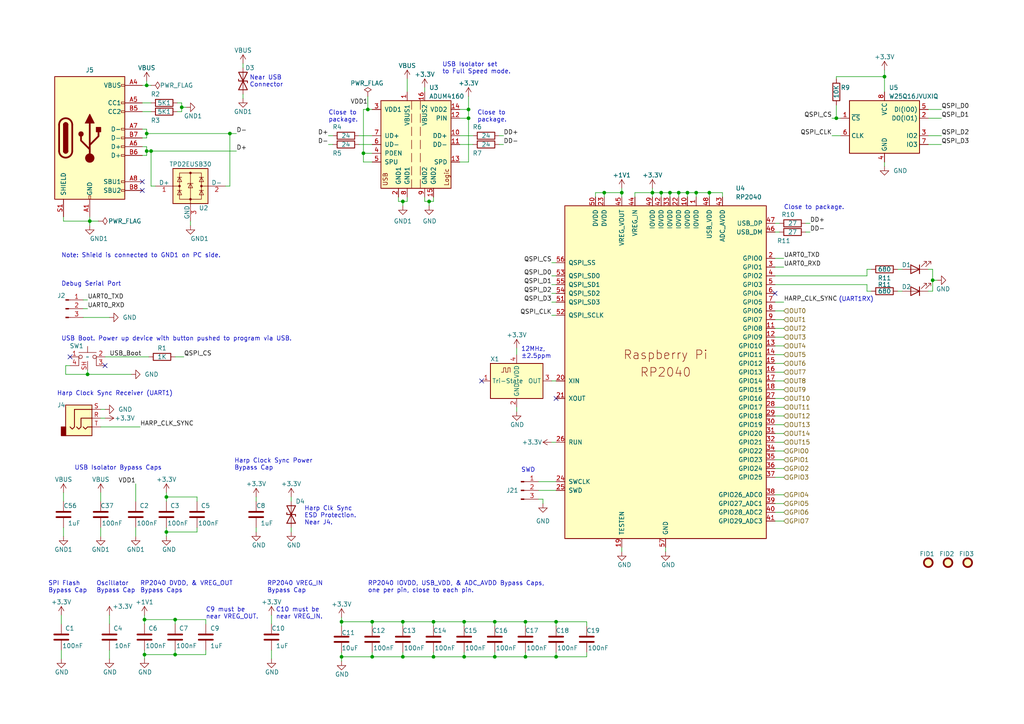
<source format=kicad_sch>
(kicad_sch (version 20231120) (generator "eeschema") (generator_version "8.0")
  (paper "A4")
  (title_block (title "harp.device.valve-controller") (date "2025-02-09") (rev "1.0.0") (company "The Allen Institute"))
  (junction (at 52.705 31.115))
  (junction (at 175.26 55.88))
  (junction (at 191.77 55.88))
  (junction (at 50.8 179.705))
  (junction (at 201.93 55.88))
  (junction (at 116.84 58.42))
  (junction (at 105.41 44.45))
  (junction (at 107.95 190.5))
  (junction (at 256.54 22.225))
  (junction (at 270.51 81.28))
  (junction (at 99.06 190.5))
  (junction (at 41.91 179.705))
  (junction (at 25.4 108.585))
  (junction (at 180.34 55.88))
  (junction (at 99.06 180.34))
  (junction (at 134.62 190.5))
  (junction (at 43.815 43.815))
  (junction (at 116.84 190.5))
  (junction (at 152.4 190.5))
  (junction (at 161.29 180.34))
  (junction (at 134.62 180.34))
  (junction (at 26.035 64.135))
  (junction (at 42.545 43.815))
  (junction (at 125.73 180.34))
  (junction (at 41.91 189.865))
  (junction (at 116.84 180.34))
  (junction (at 152.4 180.34))
  (junction (at 205.74 55.88))
  (junction (at 42.545 38.735))
  (junction (at 194.31 55.88))
  (junction (at 50.8 189.865))
  (junction (at 242.57 34.29))
  (junction (at 48.26 154.305))
  (junction (at 143.51 180.34))
  (junction (at 196.85 55.88))
  (junction (at 135.89 31.75))
  (junction (at 107.95 180.34))
  (junction (at 42.545 24.765))
  (junction (at 66.675 38.735))
  (junction (at 124.46 58.42))
  (junction (at 161.29 190.5))
  (junction (at 189.23 55.88))
  (junction (at 125.73 190.5))
  (junction (at 199.39 55.88))
  (junction (at 48.26 144.145))
  (junction (at 106.68 31.75))
  (junction (at 143.51 190.5))
  (junction (at 135.89 34.29))
  (no_connect (at 41.275 55.245))
  (no_connect (at 20.32 103.505))
  (no_connect (at 30.48 106.045))
  (no_connect (at 161.29 115.57))
  (no_connect (at 224.79 85.09))
  (no_connect (at 41.275 52.705))
  (no_connect (at 139.7 110.49))
  (wire (pts (xy 242.57 22.225) (xy 256.54 22.225)))
  (wire (pts (xy 31.75 178.435) (xy 31.75 180.975)))
  (wire (pts (xy 57.15 154.305) (xy 57.15 153.035)))
  (wire (pts (xy 95.25 39.37) (xy 96.52 39.37)))
  (wire (pts (xy 104.14 39.37) (xy 107.95 39.37)))
  (wire (pts (xy 106.68 27.94) (xy 106.68 31.75)))
  (wire (pts (xy 196.85 55.88) (xy 196.85 57.15)))
  (wire (pts (xy 194.31 55.88) (xy 196.85 55.88)))
  (wire (pts (xy 224.79 105.41) (xy 227.33 105.41)))
  (wire (pts (xy 256.54 22.225) (xy 256.54 26.67)))
  (wire (pts (xy 242.57 22.86) (xy 242.57 22.225)))
  (wire (pts (xy 99.06 180.34) (xy 99.06 181.61)))
  (wire (pts (xy 25.4 107.315) (xy 25.4 108.585)))
  (wire (pts (xy 41.91 179.705) (xy 50.8 179.705)))
  (wire (pts (xy 124.46 58.42) (xy 125.73 58.42)))
  (wire (pts (xy 224.79 115.57) (xy 227.33 115.57)))
  (wire (pts (xy 123.19 58.42) (xy 124.46 58.42)))
  (wire (pts (xy 224.79 100.33) (xy 227.33 100.33)))
  (wire (pts (xy 18.415 153.035) (xy 18.415 155.575)))
  (wire (pts (xy 269.24 78.105) (xy 270.51 78.105)))
  (wire (pts (xy 18.415 62.865) (xy 18.415 64.135)))
  (wire (pts (xy 42.545 42.545) (xy 42.545 43.815)))
  (wire (pts (xy 224.79 138.43) (xy 227.33 138.43)))
  (wire (pts (xy 39.37 140.335) (xy 39.37 145.415)))
  (wire (pts (xy 224.79 123.19) (xy 227.33 123.19)))
  (wire (pts (xy 42.545 43.815) (xy 42.545 45.085)))
  (wire (pts (xy 270.51 81.28) (xy 271.78 81.28)))
  (wire (pts (xy 30.48 103.505) (xy 43.18 103.505)))
  (wire (pts (xy 269.24 39.37) (xy 273.05 39.37)))
  (wire (pts (xy 144.78 41.91) (xy 146.05 41.91)))
  (wire (pts (xy 270.51 81.28) (xy 270.51 84.455)))
  (wire (pts (xy 107.95 189.23) (xy 107.95 190.5)))
  (wire (pts (xy 48.26 142.875) (xy 48.26 144.145)))
  (wire (pts (xy 224.79 90.17) (xy 227.33 90.17)))
  (wire (pts (xy 143.51 180.34) (xy 143.51 181.61)))
  (wire (pts (xy 19.05 108.585) (xy 19.05 106.045)))
  (wire (pts (xy 134.62 180.34) (xy 143.51 180.34)))
  (wire (pts (xy 29.21 123.825) (xy 40.64 123.825)))
  (wire (pts (xy 125.73 181.61) (xy 125.73 180.34)))
  (wire (pts (xy 170.18 189.23) (xy 170.18 190.5)))
  (wire (pts (xy 161.29 80.01) (xy 160.02 80.01)))
  (wire (pts (xy 224.79 125.73) (xy 227.33 125.73)))
  (wire (pts (xy 18.415 142.875) (xy 18.415 145.415)))
  (wire (pts (xy 134.62 190.5) (xy 125.73 190.5)))
  (wire (pts (xy 156.21 139.7) (xy 161.29 139.7)))
  (wire (pts (xy 224.79 118.11) (xy 227.33 118.11)))
  (wire (pts (xy 39.37 153.035) (xy 39.37 155.575)))
  (wire (pts (xy 116.84 180.34) (xy 116.84 181.61)))
  (wire (pts (xy 143.51 189.23) (xy 143.51 190.5)))
  (wire (pts (xy 66.675 38.735) (xy 66.675 53.975)))
  (wire (pts (xy 161.29 82.55) (xy 160.02 82.55)))
  (wire (pts (xy 201.93 55.88) (xy 201.93 57.15)))
  (wire (pts (xy 123.19 57.15) (xy 123.19 58.42)))
  (wire (pts (xy 269.24 84.455) (xy 270.51 84.455)))
  (wire (pts (xy 125.73 189.23) (xy 125.73 190.5)))
  (wire (pts (xy 224.79 67.31) (xy 226.06 67.31)))
  (wire (pts (xy 133.35 41.91) (xy 137.16 41.91)))
  (wire (pts (xy 115.57 57.15) (xy 115.57 58.42)))
  (wire (pts (xy 135.89 31.75) (xy 133.35 31.75)))
  (wire (pts (xy 241.3 34.29) (xy 242.57 34.29)))
  (wire (pts (xy 189.23 55.88) (xy 184.15 55.88)))
  (wire (pts (xy 199.39 55.88) (xy 201.93 55.88)))
  (wire (pts (xy 42.545 45.085) (xy 41.275 45.085)))
  (wire (pts (xy 125.73 190.5) (xy 116.84 190.5)))
  (wire (pts (xy 189.23 55.88) (xy 191.77 55.88)))
  (wire (pts (xy 209.55 55.88) (xy 205.74 55.88)))
  (wire (pts (xy 43.815 53.975) (xy 45.085 53.975)))
  (wire (pts (xy 233.68 64.77) (xy 234.95 64.77)))
  (wire (pts (xy 41.91 189.865) (xy 41.91 191.135)))
  (wire (pts (xy 242.57 30.48) (xy 242.57 34.29)))
  (wire (pts (xy 59.69 189.865) (xy 59.69 188.595)))
  (wire (pts (xy 260.35 84.455) (xy 261.62 84.455)))
  (wire (pts (xy 116.84 58.42) (xy 116.84 59.69)))
  (wire (pts (xy 196.85 55.88) (xy 199.39 55.88)))
  (wire (pts (xy 205.74 55.88) (xy 201.93 55.88)))
  (wire (pts (xy 133.35 34.29) (xy 135.89 34.29)))
  (wire (pts (xy 19.05 108.585) (xy 25.4 108.585)))
  (wire (pts (xy 42.545 24.765) (xy 41.275 24.765)))
  (wire (pts (xy 42.545 23.495) (xy 42.545 24.765)))
  (wire (pts (xy 224.79 135.89) (xy 227.33 135.89)))
  (wire (pts (xy 175.26 55.88) (xy 175.26 57.15)))
  (wire (pts (xy 105.41 46.99) (xy 105.41 44.45)))
  (wire (pts (xy 51.435 29.845) (xy 52.705 29.845)))
  (wire (pts (xy 70.485 27.305) (xy 70.485 28.575)))
  (wire (pts (xy 48.26 154.305) (xy 57.15 154.305)))
  (wire (pts (xy 224.79 110.49) (xy 227.33 110.49)))
  (wire (pts (xy 43.815 24.765) (xy 42.545 24.765)))
  (wire (pts (xy 70.485 18.415) (xy 70.485 19.685)))
  (wire (pts (xy 224.79 148.59) (xy 227.33 148.59)))
  (wire (pts (xy 180.34 55.88) (xy 175.26 55.88)))
  (wire (pts (xy 50.8 179.705) (xy 59.69 179.705)))
  (wire (pts (xy 251.46 80.01) (xy 251.46 78.105)))
  (wire (pts (xy 152.4 189.23) (xy 152.4 190.5)))
  (wire (pts (xy 55.245 64.135) (xy 55.245 65.405)))
  (wire (pts (xy 260.35 78.105) (xy 261.62 78.105)))
  (wire (pts (xy 118.11 57.15) (xy 118.11 58.42)))
  (wire (pts (xy 256.54 46.99) (xy 256.54 48.26)))
  (wire (pts (xy 224.79 82.55) (xy 251.46 82.55)))
  (wire (pts (xy 74.295 144.145) (xy 74.295 145.415)))
  (wire (pts (xy 144.78 39.37) (xy 146.05 39.37)))
  (wire (pts (xy 50.8 180.975) (xy 50.8 179.705)))
  (wire (pts (xy 199.39 55.88) (xy 199.39 57.15)))
  (wire (pts (xy 78.74 188.595) (xy 78.74 191.135)))
  (wire (pts (xy 43.815 43.815) (xy 43.815 53.975)))
  (wire (pts (xy 135.89 34.29) (xy 135.89 46.99)))
  (wire (pts (xy 175.26 55.88) (xy 172.72 55.88)))
  (wire (pts (xy 41.91 188.595) (xy 41.91 189.865)))
  (wire (pts (xy 160.02 91.44) (xy 161.29 91.44)))
  (wire (pts (xy 161.29 190.5) (xy 170.18 190.5)))
  (wire (pts (xy 42.545 38.735) (xy 66.675 38.735)))
  (wire (pts (xy 105.41 44.45) (xy 105.41 31.75)))
  (wire (pts (xy 184.15 55.88) (xy 184.15 57.15)))
  (wire (pts (xy 133.35 39.37) (xy 137.16 39.37)))
  (wire (pts (xy 24.13 89.535) (xy 25.4 89.535)))
  (wire (pts (xy 160.02 128.27) (xy 161.29 128.27)))
  (wire (pts (xy 118.11 58.42) (xy 116.84 58.42)))
  (wire (pts (xy 26.035 64.135) (xy 28.575 64.135)))
  (wire (pts (xy 224.79 107.95) (xy 227.33 107.95)))
  (wire (pts (xy 52.705 32.385) (xy 52.705 31.115)))
  (wire (pts (xy 180.34 55.88) (xy 180.34 57.15)))
  (wire (pts (xy 224.79 80.01) (xy 251.46 80.01)))
  (wire (pts (xy 135.89 46.99) (xy 133.35 46.99)))
  (wire (pts (xy 116.84 190.5) (xy 107.95 190.5)))
  (wire (pts (xy 25.4 108.585) (xy 38.1 108.585)))
  (wire (pts (xy 66.675 38.735) (xy 68.58 38.735)))
  (wire (pts (xy 42.545 40.005) (xy 41.275 40.005)))
  (wire (pts (xy 191.77 55.88) (xy 191.77 57.15)))
  (wire (pts (xy 224.79 151.13) (xy 227.33 151.13)))
  (wire (pts (xy 224.79 102.87) (xy 227.33 102.87)))
  (wire (pts (xy 29.21 153.035) (xy 29.21 155.575)))
  (wire (pts (xy 180.34 54.61) (xy 180.34 55.88)))
  (wire (pts (xy 50.8 189.865) (xy 59.69 189.865)))
  (wire (pts (xy 17.78 188.595) (xy 17.78 191.135)))
  (wire (pts (xy 224.79 113.03) (xy 227.33 113.03)))
  (wire (pts (xy 180.34 158.75) (xy 180.34 160.02)))
  (wire (pts (xy 125.73 180.34) (xy 134.62 180.34)))
  (wire (pts (xy 224.79 143.51) (xy 227.33 143.51)))
  (wire (pts (xy 84.455 153.035) (xy 84.455 154.305)))
  (wire (pts (xy 107.95 31.75) (xy 106.68 31.75)))
  (wire (pts (xy 189.23 54.61) (xy 189.23 55.88)))
  (wire (pts (xy 224.79 128.27) (xy 227.33 128.27)))
  (wire (pts (xy 118.11 22.86) (xy 118.11 26.67)))
  (wire (pts (xy 99.06 189.23) (xy 99.06 190.5)))
  (wire (pts (xy 251.46 84.455) (xy 251.46 82.55)))
  (wire (pts (xy 152.4 181.61) (xy 152.4 180.34)))
  (wire (pts (xy 99.06 180.34) (xy 107.95 180.34)))
  (wire (pts (xy 224.79 97.79) (xy 227.33 97.79)))
  (wire (pts (xy 205.74 55.88) (xy 205.74 57.15)))
  (wire (pts (xy 41.91 189.865) (xy 50.8 189.865)))
  (wire (pts (xy 107.95 46.99) (xy 105.41 46.99)))
  (wire (pts (xy 149.86 118.11) (xy 149.86 119.38)))
  (wire (pts (xy 152.4 190.5) (xy 161.29 190.5)))
  (wire (pts (xy 52.705 31.115) (xy 52.705 29.845)))
  (wire (pts (xy 24.13 86.995) (xy 25.4 86.995)))
  (wire (pts (xy 224.79 74.93) (xy 227.33 74.93)))
  (wire (pts (xy 161.29 180.34) (xy 152.4 180.34)))
  (wire (pts (xy 143.51 190.5) (xy 134.62 190.5)))
  (wire (pts (xy 209.55 57.15) (xy 209.55 55.88)))
  (wire (pts (xy 17.78 178.435) (xy 17.78 180.975)))
  (wire (pts (xy 189.23 55.88) (xy 189.23 57.15)))
  (wire (pts (xy 243.84 39.37) (xy 241.3 39.37)))
  (wire (pts (xy 160.02 110.49) (xy 161.29 110.49)))
  (wire (pts (xy 224.79 77.47) (xy 227.33 77.47)))
  (wire (pts (xy 270.51 78.105) (xy 270.51 81.28)))
  (wire (pts (xy 224.79 95.25) (xy 227.33 95.25)))
  (wire (pts (xy 161.29 181.61) (xy 161.29 180.34)))
  (wire (pts (xy 251.46 78.105) (xy 252.73 78.105)))
  (wire (pts (xy 224.79 146.05) (xy 227.33 146.05)))
  (wire (pts (xy 156.21 144.78) (xy 157.48 144.78)))
  (wire (pts (xy 224.79 133.35) (xy 227.33 133.35)))
  (wire (pts (xy 224.79 92.71) (xy 227.33 92.71)))
  (wire (pts (xy 123.19 25.4) (xy 123.19 26.67)))
  (wire (pts (xy 41.91 178.435) (xy 41.91 179.705)))
  (wire (pts (xy 48.26 153.035) (xy 48.26 154.305)))
  (wire (pts (xy 18.415 64.135) (xy 26.035 64.135)))
  (wire (pts (xy 57.15 145.415) (xy 57.15 144.145)))
  (wire (pts (xy 41.275 29.845) (xy 43.815 29.845)))
  (wire (pts (xy 29.21 142.875) (xy 29.21 145.415)))
  (wire (pts (xy 224.79 87.63) (xy 227.33 87.63)))
  (wire (pts (xy 26.035 62.865) (xy 26.035 64.135)))
  (wire (pts (xy 143.51 180.34) (xy 152.4 180.34)))
  (wire (pts (xy 269.24 34.29) (xy 273.05 34.29)))
  (wire (pts (xy 48.26 154.305) (xy 48.26 155.575)))
  (wire (pts (xy 116.84 189.23) (xy 116.84 190.5)))
  (wire (pts (xy 116.84 58.42) (xy 115.57 58.42)))
  (wire (pts (xy 194.31 55.88) (xy 194.31 57.15)))
  (wire (pts (xy 170.18 181.61) (xy 170.18 180.34)))
  (wire (pts (xy 269.24 31.75) (xy 273.05 31.75)))
  (wire (pts (xy 224.79 64.77) (xy 226.06 64.77)))
  (wire (pts (xy 29.21 118.745) (xy 30.48 118.745)))
  (wire (pts (xy 41.275 37.465) (xy 42.545 37.465)))
  (wire (pts (xy 242.57 34.29) (xy 243.84 34.29)))
  (wire (pts (xy 42.545 37.465) (xy 42.545 38.735)))
  (wire (pts (xy 99.06 190.5) (xy 107.95 190.5)))
  (wire (pts (xy 161.29 87.63) (xy 160.02 87.63)))
  (wire (pts (xy 160.02 76.2) (xy 161.29 76.2)))
  (wire (pts (xy 42.545 43.815) (xy 43.815 43.815)))
  (wire (pts (xy 24.13 92.075) (xy 31.75 92.075)))
  (wire (pts (xy 224.79 120.65) (xy 227.33 120.65)))
  (wire (pts (xy 161.29 190.5) (xy 161.29 189.23)))
  (wire (pts (xy 172.72 55.88) (xy 172.72 57.15)))
  (wire (pts (xy 252.73 84.455) (xy 251.46 84.455)))
  (wire (pts (xy 152.4 190.5) (xy 143.51 190.5)))
  (wire (pts (xy 41.91 179.705) (xy 41.91 180.975)))
  (wire (pts (xy 107.95 180.34) (xy 107.95 181.61)))
  (wire (pts (xy 135.89 27.94) (xy 135.89 31.75)))
  (wire (pts (xy 106.68 31.75) (xy 105.41 31.75)))
  (wire (pts (xy 134.62 180.34) (xy 134.62 181.61)))
  (wire (pts (xy 191.77 55.88) (xy 194.31 55.88)))
  (wire (pts (xy 74.295 153.035) (xy 74.295 154.305)))
  (wire (pts (xy 78.74 178.435) (xy 78.74 180.975)))
  (wire (pts (xy 84.455 144.145) (xy 84.455 145.415)))
  (wire (pts (xy 233.68 67.31) (xy 234.95 67.31)))
  (wire (pts (xy 50.8 189.865) (xy 50.8 188.595)))
  (wire (pts (xy 51.435 32.385) (xy 52.705 32.385)))
  (wire (pts (xy 99.06 190.5) (xy 99.06 191.77)))
  (wire (pts (xy 31.75 188.595) (xy 31.75 191.135)))
  (wire (pts (xy 52.705 31.115) (xy 53.975 31.115)))
  (wire (pts (xy 19.05 106.045) (xy 20.32 106.045)))
  (wire (pts (xy 41.275 42.545) (xy 42.545 42.545)))
  (wire (pts (xy 161.29 85.09) (xy 160.02 85.09)))
  (wire (pts (xy 193.04 158.75) (xy 193.04 160.02)))
  (wire (pts (xy 224.79 130.81) (xy 227.33 130.81)))
  (wire (pts (xy 125.73 58.42) (xy 125.73 57.15)))
  (wire (pts (xy 157.48 144.78) (xy 157.48 146.05)))
  (wire (pts (xy 41.275 32.385) (xy 43.815 32.385)))
  (wire (pts (xy 134.62 189.23) (xy 134.62 190.5)))
  (wire (pts (xy 59.69 180.975) (xy 59.69 179.705)))
  (wire (pts (xy 48.26 144.145) (xy 48.26 145.415)))
  (wire (pts (xy 116.84 180.34) (xy 125.73 180.34)))
  (wire (pts (xy 104.14 41.91) (xy 107.95 41.91)))
  (wire (pts (xy 256.54 20.32) (xy 256.54 22.225)))
  (wire (pts (xy 107.95 44.45) (xy 105.41 44.45)))
  (wire (pts (xy 124.46 58.42) (xy 124.46 59.69)))
  (wire (pts (xy 57.15 144.145) (xy 48.26 144.145)))
  (wire (pts (xy 43.815 43.815) (xy 68.58 43.815)))
  (wire (pts (xy 29.21 121.285) (xy 30.48 121.285)))
  (wire (pts (xy 149.86 100.965) (xy 149.86 102.87)))
  (wire (pts (xy 66.675 53.975) (xy 65.405 53.975)))
  (wire (pts (xy 42.545 38.735) (xy 42.545 40.005)))
  (wire (pts (xy 170.18 180.34) (xy 161.29 180.34)))
  (wire (pts (xy 95.25 41.91) (xy 96.52 41.91)))
  (wire (pts (xy 269.24 41.91) (xy 273.05 41.91)))
  (wire (pts (xy 116.84 180.34) (xy 107.95 180.34)))
  (wire (pts (xy 156.21 142.24) (xy 161.29 142.24)))
  (wire (pts (xy 26.035 64.135) (xy 26.035 65.405)))
  (wire (pts (xy 50.8 103.505) (xy 53.34 103.505)))
  (wire (pts (xy 99.06 179.07) (xy 99.06 180.34)))
  (wire (pts (xy 135.89 31.75) (xy 135.89 34.29)))
  (text "Close to\npackage." (at 95.25 35.56 0) (effects (font (size 1.27 1.27)) (justify left bottom)))
  (text "SWD" (at 151.13 137.16 0) (effects (font (size 1.27 1.27)) (justify left bottom)))
  (text "Close to\npackage." (at 138.43 35.56 0) (effects (font (size 1.27 1.27)) (justify left bottom)))
  (text "Near USB\nConnector" (at 72.39 25.4 0) (effects (font (size 1.27 1.27)) (justify left bottom)))
  (text "Close to package." (at 227.33 60.96 0) (effects (font (size 1.27 1.27)) (justify left bottom)))
  (text "(UART1RX)" (at 243.205 87.63 0) (effects (font (size 1.27 1.27)) (justify left bottom)))
  (text "Harp Clk Sync\nESD Protection.\nNear J4." (at 88.265 152.4 0) (effects (font (size 1.27 1.27)) (justify left bottom)))
  (text "RP2040 VREG_IN\nBypass Cap" (at 77.47 172.085 0) (effects (font (size 1.27 1.27)) (justify left bottom)))
  (text "Oscillator\nBypass Cap" (at 27.94 172.085 0) (effects (font (size 1.27 1.27)) (justify left bottom)))
  (text "Harp Clock Sync Power\nBypass Cap" (at 67.945 136.525 0) (effects (font (size 1.27 1.27)) (justify left bottom)))
  (text "C10 must be \nnear VREG_IN." (at 80.01 179.705 0) (effects (font (size 1.27 1.27)) (justify left bottom)))
  (text "RP2040 DVDD, & VREG_OUT \nBypass Caps" (at 40.64 172.085 0) (effects (font (size 1.27 1.27)) (justify left bottom)))
  (text "Debug Serial Port" (at 17.78 83.185 0) (effects (font (size 1.27 1.27)) (justify left bottom)))
  (text "USB Boot. Power up device with button pushed to program via USB." (at 17.78 99.06 0) (effects (font (size 1.27 1.27)) (justify left bottom)))
  (text "C9 must be \nnear VREG_OUT." (at 59.69 179.705 0) (effects (font (size 1.27 1.27)) (justify left bottom)))
  (text "Harp Clock Sync Receiver (UART1)" (at 16.51 114.935 0) (effects (font (size 1.27 1.27)) (justify left bottom)))
  (text "12MHz,\n±2.5ppm" (at 151.13 104.14 0) (effects (font (size 1.27 1.27)) (justify left bottom)))
  (text "Note: Shield is connected to GND1 on PC side." (at 17.78 74.93 0) (effects (font (size 1.27 1.27)) (justify left bottom)))
  (text "RP2040 IOVDD, USB_VDD, & ADC_AVDD Bypass Caps, \none per pin, close to each pin." (at 106.68 172.085 0) (effects (font (size 1.27 1.27)) (justify left bottom)))
  (text "USB Isolator Bypass Caps" (at 21.59 136.525 0) (effects (font (size 1.27 1.27)) (justify left bottom)))
  (text "SPI Flash\nBypass Cap" (at 13.97 172.085 0) (effects (font (size 1.27 1.27)) (justify left bottom)))
  (text "USB Isolator set\nto Full Speed mode." (at 128.27 21.59 0) (effects (font (size 1.27 1.27)) (justify left bottom)))
  (label "HARP_CLK_SYNC" (at 40.64 123.825 0))
  (label "QSPI_CS" (at 53.34 103.505 0))
  (label "UART0_TXD" (at 227.33 74.93 0))
  (label "QSPI_D3" (at 160.02 87.63 180))
  (label "QSPI_D2" (at 160.02 85.09 180))
  (label "D-" (at 95.25 41.91 180))
  (label "UART0_RXD" (at 25.4 89.535 0))
  (label "QSPI_D1" (at 160.02 82.55 180))
  (label "QSPI_D0" (at 273.05 31.75 0))
  (label "DD-" (at 146.05 41.91 0))
  (label "QSPI_D3" (at 273.05 41.91 0))
  (label "DD+" (at 146.05 39.37 0))
  (label "HARP_CLK_SYNC" (at 227.33 87.63 0))
  (label "QSPI_CS" (at 241.3 34.29 180))
  (label "USB_Boot" (at 31.75 103.505 0))
  (label "UART0_TXD" (at 25.4 86.995 0))
  (label "QSPI_CLK" (at 241.3 39.37 180))
  (label "DD-" (at 234.95 67.31 0))
  (label "UART0_RXD" (at 227.33 77.47 0))
  (label "D-" (at 68.58 38.735 0))
  (label "QSPI_D2" (at 273.05 39.37 0))
  (label "VDD1" (at 106.68 30.48 180))
  (label "VDD1" (at 39.37 140.335 180))
  (label "D+" (at 68.58 43.815 0))
  (label "D+" (at 95.25 39.37 180))
  (label "QSPI_D1" (at 273.05 34.29 0))
  (label "QSPI_D0" (at 160.02 80.01 180))
  (label "QSPI_CLK" (at 160.02 91.44 180))
  (label "QSPI_CS" (at 160.02 76.2 180))
  (label "DD+" (at 234.95 64.77 0))
  (hierarchical_label "OUT1" (shape input) (at 227.33 92.71 0))
  (hierarchical_label "OUT5" (shape input) (at 227.33 102.87 0))
  (hierarchical_label "OUT11" (shape input) (at 227.33 118.11 0))
  (hierarchical_label "OUT12" (shape input) (at 227.33 120.65 0))
  (hierarchical_label "OUT13" (shape input) (at 227.33 123.19 0))
  (hierarchical_label "OUT14" (shape input) (at 227.33 125.73 0))
  (hierarchical_label "OUT15" (shape input) (at 227.33 128.27 0))
  (hierarchical_label "OUT7" (shape input) (at 227.33 107.95 0))
  (hierarchical_label "OUT2" (shape input) (at 227.33 95.25 0))
  (hierarchical_label "GPIO1" (shape input) (at 227.33 133.35 0))
  (hierarchical_label "GPIO4" (shape input) (at 227.33 143.51 0))
  (hierarchical_label "GPIO2" (shape input) (at 227.33 135.89 0))
  (hierarchical_label "GPIO5" (shape input) (at 227.33 146.05 0))
  (hierarchical_label "OUT8" (shape input) (at 227.33 110.49 0))
  (hierarchical_label "GPIO3" (shape input) (at 227.33 138.43 0))
  (hierarchical_label "GPIO6" (shape input) (at 227.33 148.59 0))
  (hierarchical_label "OUT0" (shape input) (at 227.33 90.17 0))
  (hierarchical_label "GPIO0" (shape input) (at 227.33 130.81 0))
  (hierarchical_label "OUT6" (shape input) (at 227.33 105.41 0))
  (hierarchical_label "OUT4" (shape input) (at 227.33 100.33 0))
  (hierarchical_label "OUT9" (shape input) (at 227.33 113.03 0))
  (hierarchical_label "OUT3" (shape input) (at 227.33 97.79 0))
  (hierarchical_label "GPIO7" (shape input) (at 227.33 151.13 0))
  (hierarchical_label "OUT10" (shape input) (at 227.33 115.57 0))
  (symbol (lib_id "power:+3.3V") (at 135.89 27.94 0) (unit 1)
    (property "Reference" "#PWR029" (effects (hide yes)))
    (property "Value" "+3.3V" (at 135.89 24.13 0))
  )
  (symbol (lib_id "Device:R") (at 47.625 32.385 90) (unit 1)
    (property "Reference" "R3" (at 45.085 34.925 90))
    (property "Value" "5K1" (at 47.625 32.385 90))
    (property "Footprint" "Resistor_SMD:R_0402_1005Metric" (effects (hide yes)))
    (property "Datasheet" "https://www.yageo.com/upload/media/product/productsearch/datasheet/rchip/PYu-RT_1-to-0.01_RoHS_L_13.pdf" (effects (hide yes)))
    (property "Link" "https://www.digikey.com/en/products/detail/yageo/RT0402FRE075K1L/1072083" (effects (hide yes)))
    (property "Manufacturer" "Yageo" (effects (hide yes)))
    (property "Manufacturer Number" "RT0402FRE075K1L" (effects (hide yes)))
    (property "Tolerance" "1%" (effects (hide yes)))
    (property "PCBWay Link" "https://www.pcbway.com/components/detail/RT0402FRE075K1L/449762/" (effects (hide yes)))
  )
  (symbol (lib_id "power:GND") (at 84.455 154.305 0) (unit 1)
    (property "Reference" "#PWR095" (effects (hide yes)))
    (property "Value" "GND" (at 83.185 158.115 0) (effects (justify left)))
  )
  (symbol (lib_id "Mechanical:Fiducial") (at 269.24 163.195 0) (unit 1)
    (property "Reference" "FID1" (at 266.7 160.655 0) (effects (justify left)))
    (property "Value" "Fiducial" (effects (hide yes)))
    (property "Footprint" "Fiducial:Fiducial_0.5mm_Mask1mm" (effects (hide yes)))
    (property "Datasheet" "n/a" (effects (hide yes)))
    (property "Link" "n/a" (effects (hide yes)))
    (property "Manufacturer" "n/a" (effects (hide yes)))
    (property "Manufacturer Number" "n/a" (effects (hide yes)))
  )
  (symbol (lib_id "power:GND1") (at 70.485 28.575 0) (unit 1)
    (property "Reference" "#PWR079" (effects (hide yes)))
    (property "Value" "GND1" (at 70.485 32.385 0))
  )
  (symbol (lib_id "Device:R") (at 100.33 41.91 90) (unit 1)
    (property "Reference" "R5" (at 97.79 44.45 90))
    (property "Value" "24" (at 100.33 41.91 90))
    (property "Footprint" "Resistor_SMD:R_0402_1005Metric" (effects (hide yes)))
    (property "Datasheet" "https://www.yageo.com/upload/media/product/productsearch/datasheet/rchip/PYu-AC_51_RoHS_L_10.pdf" (effects (hide yes)))
    (property "Link" "https://www.digikey.com/en/products/detail/yageo/AC0402FR-0724RL/5895214" (effects (hide yes)))
    (property "Manufacturer" "Yageo" (effects (hide yes)))
    (property "Manufacturer Number" "AC0402FR-0724RL" (effects (hide yes)))
    (property "Tolerance" "1%" (effects (hide yes)))
  )
  (symbol (lib_id "Memory_Flash:W25Q128JVS") (at 256.54 36.83 0) (unit 1)
    (property "Reference" "U5" (at 257.81 25.4 0) (effects (justify left)))
    (property "Value" "W25Q16JVUXIQ" (at 257.81 27.94 0) (effects (justify left)))
    (property "Footprint" "kicad_component_library:Winbond-8USON-2x3mm" (effects (hide yes)))
    (property "Datasheet" "https://www.winbond.com/resource-files/w25q16jv%20spi%20revh%2004082019%20plus.pdf" (effects (hide yes)))
    (property "Link" "https://www.digikey.com/en/products/detail/winbond-electronics/W25Q16JVUXIQ-TR/15182017" (effects (hide yes)))
    (property "Manufacturer" "Winbond Electronics" (effects (hide yes)))
    (property "Manufacturer Number" "W25Q16JVUXIQ TR" (effects (hide yes)))
    (property "PCBWay Link" "https://www.pcbway.com/components" (effects (hide yes)))
  )
  (symbol (lib_id "Device:C") (at 41.91 184.785 180) (unit 1)
    (property "Reference" "C6" (at 45.72 182.245 0) (effects (justify left)))
    (property "Value" "100nF" (at 48.26 187.325 0) (effects (justify left)))
    (property "Footprint" "Capacitor_SMD:C_0402_1005Metric" (effects (hide yes)))
    (property "Datasheet" "https://search.murata.co.jp/Ceramy/image/img/A01X/G101/ENG/GRM155R71H104KE14-01.pdf" (effects (hide yes)))
    (property "Link" "https://www.digikey.com/en/products/detail/murata-electronics/GRM155R71H104KE14D/4906220" (effects (hide yes)))
    (property "Manufacturer" "Murata Electronics" (effects (hide yes)))
    (property "Manufacturer Number" "GRM155R71H104KE14D" (effects (hide yes)))
    (property "Rated Voltage" "50V" (effects (hide yes)))
    (property "Temperature Coefficient" "X7R" (effects (hide yes)))
    (property "Tolerance" "10%" (effects (hide yes)))
    (property "PCBWay Link" "https://www.pcbway.com/components/detail/0402B104K160CT/307171/" (effects (hide yes)))
  )
  (symbol (lib_id "Mechanical:Fiducial") (at 274.955 163.195 0) (unit 1)
    (property "Reference" "FID2" (at 272.415 160.655 0) (effects (justify left)))
    (property "Value" "Fiducial" (effects (hide yes)))
    (property "Footprint" "Fiducial:Fiducial_0.5mm_Mask1mm" (effects (hide yes)))
    (property "Datasheet" "n/a" (effects (hide yes)))
    (property "Link" "n/a" (effects (hide yes)))
    (property "Manufacturer" "n/a" (effects (hide yes)))
    (property "Manufacturer Number" "n/a" (effects (hide yes)))
  )
  (symbol (lib_id "power:GND") (at 31.75 191.135 0) (unit 1)
    (property "Reference" "#PWR012" (effects (hide yes)))
    (property "Value" "GND" (at 29.845 194.945 0) (effects (justify left)))
  )
  (symbol (lib_id "Device:C") (at 31.75 184.785 180) (unit 1)
    (property "Reference" "C4" (at 35.56 182.245 0) (effects (justify left)))
    (property "Value" "10nF" (at 38.1 187.325 0) (effects (justify left)))
    (property "Footprint" "Capacitor_SMD:C_0402_1005Metric" (effects (hide yes)))
    (property "Datasheet" "https://www.yageo.com/upload/media/product/productsearch/datasheet/mlcc/UPY-GPHC_X7R_6.3V-to-250V_23.pdf" (effects (hide yes)))
    (property "Link" "https://www.digikey.com/en/products/detail/yageo/CC0402KPX7R8BB103/11490384" (effects (hide yes)))
    (property "Manufacturer" "Yageo" (effects (hide yes)))
    (property "Manufacturer Number" "CC0402KPX7R8BB103" (effects (hide yes)))
    (property "Rated Voltage" "25V" (effects (hide yes)))
    (property "Temperature Coefficient" "X7R" (effects (hide yes)))
    (property "Tolerance" "10%" (effects (hide yes)))
  )
  (symbol (lib_id "power:GND1") (at 116.84 59.69 0) (unit 1)
    (property "Reference" "#PWR025" (effects (hide yes)))
    (property "Value" "GND1" (at 116.84 64.135 0))
  )
  (symbol (lib_id "power:GND1") (at 29.21 155.575 0) (unit 1)
    (property "Reference" "#PWR065" (effects (hide yes)))
    (property "Value" "GND1" (at 29.21 159.385 0))
  )
  (symbol (lib_id "Device:R") (at 242.57 26.67 0) (unit 1)
    (property "Reference" "R9" (at 243.84 25.4 0) (effects (justify left)))
    (property "Value" "10K" (at 242.57 28.575 90) (effects (justify left)))
    (property "Footprint" "Resistor_SMD:R_0402_1005Metric" (effects (hide yes)))
    (property "Datasheet" "https://www.seielect.com/catalog/sei-rncf.pdf" (effects (hide yes)))
    (property "Manufacturer" "Stackpole Electronics Inc" (effects (hide yes)))
    (property "Manufacturer Number" "RNCF0402BTE10K0" (effects (hide yes)))
    (property "Link" "https://www.digikey.com/en/products/detail/stackpole-electronics-inc/RNCF0402BTE10K0/1710765" (effects (hide yes)))
  )
  (symbol (lib_id "power:+3.3V") (at 31.75 178.435 0) (unit 1)
    (property "Reference" "#PWR064" (effects (hide yes)))
    (property "Value" "+3.3V" (at 35.56 175.895 0))
  )
  (symbol (lib_id "power:GND") (at 38.1 108.585 90) (unit 1)
    (property "Reference" "#PWR010" (effects (hide yes)))
    (property "Value" "GND" (at 41.91 108.5849 90) (effects (justify right)))
  )
  (symbol (lib_id "Device:C") (at 48.26 149.225 180) (unit 1)
    (property "Reference" "C3" (at 52.07 146.685 0) (effects (justify left)))
    (property "Value" "100nF" (at 54.61 151.765 0) (effects (justify left)))
    (property "Footprint" "Capacitor_SMD:C_0402_1005Metric" (effects (hide yes)))
    (property "Datasheet" "https://search.murata.co.jp/Ceramy/image/img/A01X/G101/ENG/GRM155R71H104KE14-01.pdf" (effects (hide yes)))
    (property "Link" "https://www.digikey.com/en/products/detail/murata-electronics/GRM155R71H104KE14D/4906220" (effects (hide yes)))
    (property "Manufacturer" "Murata Electronics" (effects (hide yes)))
    (property "Manufacturer Number" "GRM155R71H104KE14D" (effects (hide yes)))
    (property "Rated Voltage" "50V" (effects (hide yes)))
    (property "Temperature Coefficient" "X7R" (effects (hide yes)))
    (property "Tolerance" "10%" (effects (hide yes)))
    (property "PCBWay Link" "https://www.pcbway.com/components/detail/0402B104K160CT/307171/" (effects (hide yes)))
  )
  (symbol (lib_id "power:GND") (at 193.04 160.02 0) (unit 1)
    (property "Reference" "#PWR036" (effects (hide yes)))
    (property "Value" "GND" (at 191.77 163.83 0) (effects (justify left)))
  )
  (symbol (lib_id "Device:C") (at 134.62 185.42 180) (unit 1)
    (property "Reference" "C15" (at 138.43 182.88 0) (effects (justify left)))
    (property "Value" "100nF" (at 140.97 187.96 0) (effects (justify left)))
    (property "Footprint" "Capacitor_SMD:C_0402_1005Metric" (effects (hide yes)))
    (property "Datasheet" "https://search.murata.co.jp/Ceramy/image/img/A01X/G101/ENG/GRM155R71H104KE14-01.pdf" (effects (hide yes)))
    (property "Link" "https://www.digikey.com/en/products/detail/murata-electronics/GRM155R71H104KE14D/4906220" (effects (hide yes)))
    (property "Manufacturer" "Murata Electronics" (effects (hide yes)))
    (property "Manufacturer Number" "GRM155R71H104KE14D" (effects (hide yes)))
    (property "Rated Voltage" "50V" (effects (hide yes)))
    (property "Temperature Coefficient" "X7R" (effects (hide yes)))
    (property "Tolerance" "10%" (effects (hide yes)))
    (property "PCBWay Link" "https://www.pcbway.com/components/detail/0402B104K160CT/307171/" (effects (hide yes)))
  )
  (symbol (lib_id "power:+3.3V") (at 256.54 20.32 0) (unit 1)
    (property "Reference" "#PWR037" (effects (hide yes)))
    (property "Value" "+3.3V" (at 256.54 16.51 0))
  )
  (symbol (lib_id "power:+3.3V") (at 48.26 142.875 0) (unit 1)
    (property "Reference" "#PWR05" (effects (hide yes)))
    (property "Value" "+3.3V" (at 48.26 139.065 0))
  )
  (symbol (lib_id "power:VBUS") (at 70.485 18.415 0) (unit 1)
    (property "Reference" "#PWR055" (effects (hide yes)))
    (property "Value" "VBUS" (at 70.485 14.605 0))
  )
  (symbol (lib_id "Device:C") (at 99.06 185.42 0) (unit 1)
    (property "Reference" "C11" (at 99.06 183.515 0) (effects (justify left)))
    (property "Value" "10uF" (at 99.06 187.96 0) (effects (justify left)))
    (property "Footprint" "Capacitor_SMD:C_0805_2012Metric" (effects (hide yes)))
    (property "Datasheet" "https://calchip.com/wp-content/uploads/2023/09/GMC-Series-2.pdf" (effects (hide yes)))
    (property "Manufacturer Number" "GMC21X7R106K25NT" (effects (hide yes)))
    (property "Manufacturer" "Cal-Chip Electronics, Inc." (effects (hide yes)))
    (property "Link" "https://www.digikey.com/en/products/detail/cal-chip-electronics-inc/GMC21X7R106K25NT/22639515" (effects (hide yes)))
  )
  (symbol (lib_id "power:+1V1") (at 41.91 178.435 0) (unit 1)
    (property "Reference" "#PWR014" (effects (hide yes)))
    (property "Value" "+1V1" (at 41.91 174.625 0))
  )
  (symbol (lib_id "power:PWR_FLAG") (at 43.815 24.765 270) (unit 1)
    (property "Reference" "#FLG02" (effects (hide yes)))
    (property "Value" "PWR_FLAG" (at 46.355 24.765 90) (effects (justify left)))
  )
  (symbol (lib_id "Device:LED") (at 265.43 84.455 180) (unit 1)
    (property "Reference" "D2" (at 262.89 83.185 0))
    (property "Value" "LED" (effects (hide yes)))
    (property "Footprint" "LED_SMD:LED_0603_1608Metric_Pad1.05x0.95mm_HandSolder" (effects (hide yes)))
    (property "Datasheet" "https://www.sunledusa.com/products/spec/XZCDGK53W-1VF.pdf" (effects (hide yes)))
    (property "Link" "https://www.digikey.com/en/products/detail/sunled/XZCDGK53W-1VF/15761905" (effects (hide yes)))
    (property "Notes" "2mA, 98mcd, green" (effects (hide yes)))
    (property "Manufacturer" "SunLED" (effects (hide yes)))
    (property "Manufacturer Number" "XZCDGK53W-1VF" (effects (hide yes)))
  )
  (symbol (lib_id "power:GND") (at 74.295 154.305 0) (unit 1)
    (property "Reference" "#PWR018" (effects (hide yes)))
    (property "Value" "GND" (at 73.025 158.115 0) (effects (justify left)))
  )
  (symbol (lib_id "Connector:Conn_01x03_Male") (at 151.13 142.24 0) (unit 1)
    (property "Reference" "J21" (at 148.59 142.24 0))
    (property "Value" "Conn_01x03_Male" (effects (hide yes)))
    (property "Footprint" "Connector_PinHeader_2.54mm:PinHeader_1x03_P2.54mm_Vertical" (effects (hide yes)))
    (property "Datasheet" "n/a" (effects (hide yes)))
    (property "Notes" "DNP" (effects (hide yes)))
    (property "Alternate" "n/a" (effects (hide yes)))
    (property "Link" "n/a" (effects (hide yes)))
    (property "Manufacturer" "n/a" (effects (hide yes)))
    (property "Manufacturer Number" "n/a" (effects (hide yes)))
  )
  (symbol (lib_id "power:+3.3V") (at 74.295 144.145 0) (unit 1)
    (property "Reference" "#PWR017" (effects (hide yes)))
    (property "Value" "+3.3V" (at 74.295 140.335 0))
  )
  (symbol (lib_id "Device:R") (at 229.87 64.77 90) (unit 1)
    (property "Reference" "R10" (at 228.6 62.23 90))
    (property "Value" "27" (at 229.87 64.77 90))
    (property "Footprint" "Resistor_SMD:R_0402_1005Metric" (effects (hide yes)))
    (property "Datasheet" "RC0402FR-0727RL" (effects (hide yes)))
    (property "Link" "https://www.digikey.com/en/products/detail/yageo/RC0402FR-0727RL/5280946" (effects (hide yes)))
    (property "Manufacturer" "Yageo" (effects (hide yes)))
    (property "Manufacturer Number" "RC0402FR-0727RL" (effects (hide yes)))
    (property "Tolerance" "1%" (effects (hide yes)))
    (property "PCBWay Link" "https://www.pcbway.com/components/detail/RC0402FR0727RL/656670/" (effects (hide yes)))
  )
  (symbol (lib_id "Power_Protection:TPD2EUSB30") (at 55.245 53.975 0) (unit 1)
    (property "Reference" "U2" (at 59.055 60.325 0))
    (property "Value" "TPD2EUSB30" (at 55.245 47.625 0))
    (property "Footprint" "Package_TO_SOT_SMD:Texas_DRT-3" (effects (hide yes)))
    (property "Datasheet" "http://www.ti.com/lit/ds/symlink/tpd2eusb30a.pdf" (effects (hide yes)))
    (property "Link" "https://www.digikey.com/en/products/detail/texas-instruments/TPD2EUSB30DRTR/2193486" (effects (hide yes)))
    (property "PCBWay Link" "https://www.pcbway.com/components/detail/TPD2EUSB30ADRTR/324861/" (effects (hide yes)))
    (property "Manufacturer" "Texas Instruments" (effects (hide yes)))
    (property "Manufacturer Number" "TPD2EUSB30DRTR" (effects (hide yes)))
  )
  (symbol (lib_id "power:+3.3V") (at 99.06 179.07 0) (unit 1)
    (property "Reference" "#PWR023" (effects (hide yes)))
    (property "Value" "+3.3V" (at 99.06 175.26 0))
  )
  (symbol (lib_id "power:GND") (at 157.48 146.05 0) (unit 1)
    (property "Reference" "#PWR08" (effects (hide yes)))
    (property "Value" "GND" (at 157.48 151.13 0))
  )
  (symbol (lib_id "power:GND1") (at 26.035 65.405 0) (unit 1)
    (property "Reference" "#PWR04" (effects (hide yes)))
    (property "Value" "GND1" (at 26.035 69.215 0) (effects (justify left)))
  )
  (symbol (lib_id "Device:C") (at 116.84 185.42 180) (unit 1)
    (property "Reference" "C13" (at 120.65 182.88 0) (effects (justify left)))
    (property "Value" "100nF" (at 123.19 187.96 0) (effects (justify left)))
    (property "Footprint" "Capacitor_SMD:C_0402_1005Metric" (effects (hide yes)))
    (property "Datasheet" "https://search.murata.co.jp/Ceramy/image/img/A01X/G101/ENG/GRM155R71H104KE14-01.pdf" (effects (hide yes)))
    (property "Link" "https://www.digikey.com/en/products/detail/murata-electronics/GRM155R71H104KE14D/4906220" (effects (hide yes)))
    (property "Manufacturer" "Murata Electronics" (effects (hide yes)))
    (property "Manufacturer Number" "GRM155R71H104KE14D" (effects (hide yes)))
    (property "Rated Voltage" "50V" (effects (hide yes)))
    (property "Temperature Coefficient" "X7R" (effects (hide yes)))
    (property "Tolerance" "10%" (effects (hide yes)))
    (property "PCBWay Link" "https://www.pcbway.com/components/detail/0402B104K160CT/307171/" (effects (hide yes)))
  )
  (symbol (lib_id "power:VBUS") (at 18.415 142.875 0) (unit 1)
    (property "Reference" "#PWR0117" (effects (hide yes)))
    (property "Value" "VBUS" (at 18.415 139.065 0))
  )
  (symbol (lib_id "power:+3.3V") (at 123.19 25.4 0) (unit 1)
    (property "Reference" "#PWR027" (effects (hide yes)))
    (property "Value" "+3.3V" (at 123.19 21.59 0))
  )
  (symbol (lib_id "Device:R") (at 47.625 29.845 90) (unit 1)
    (property "Reference" "R2" (at 45.085 27.305 90))
    (property "Value" "5K1" (at 47.625 29.845 90))
    (property "Footprint" "Resistor_SMD:R_0402_1005Metric" (effects (hide yes)))
    (property "Datasheet" "https://www.yageo.com/upload/media/product/productsearch/datasheet/rchip/PYu-RT_1-to-0.01_RoHS_L_13.pdf" (effects (hide yes)))
    (property "Link" "https://www.digikey.com/en/products/detail/yageo/RT0402FRE075K1L/1072083" (effects (hide yes)))
    (property "Manufacturer" "Yageo" (effects (hide yes)))
    (property "Manufacturer Number" "RT0402FRE075K1L" (effects (hide yes)))
    (property "Tolerance" "1%" (effects (hide yes)))
    (property "PCBWay Link" "https://www.pcbway.com/components/detail/RT0402FRE075K1L/449762/" (effects (hide yes)))
  )
  (symbol (lib_id "power:+3.3V") (at 78.74 178.435 0) (unit 1)
    (property "Reference" "#PWR021" (effects (hide yes)))
    (property "Value" "+3.3V" (at 78.74 174.625 0))
  )
  (symbol (lib_id "Device:R") (at 229.87 67.31 90) (unit 1)
    (property "Reference" "R11" (at 227.33 69.85 90))
    (property "Value" "27" (at 229.87 67.31 90))
    (property "Footprint" "Resistor_SMD:R_0402_1005Metric" (effects (hide yes)))
    (property "Datasheet" "RC0402FR-0727RL" (effects (hide yes)))
    (property "Link" "https://www.digikey.com/en/products/detail/yageo/RC0402FR-0727RL/5280946" (effects (hide yes)))
    (property "Manufacturer" "Yageo" (effects (hide yes)))
    (property "Manufacturer Number" "RC0402FR-0727RL" (effects (hide yes)))
    (property "Tolerance" "1%" (effects (hide yes)))
    (property "PCBWay Link" "https://www.pcbway.com/components/detail/RC0402FR0727RL/656670/" (effects (hide yes)))
  )
  (symbol (lib_id "power:GND") (at 99.06 191.77 0) (unit 1)
    (property "Reference" "#PWR024" (effects (hide yes)))
    (property "Value" "GND" (at 97.155 195.58 0) (effects (justify left)))
  )
  (symbol (lib_id "Device:C") (at 143.51 185.42 180) (unit 1)
    (property "Reference" "C16" (at 147.32 182.88 0) (effects (justify left)))
    (property "Value" "100nF" (at 149.86 187.96 0) (effects (justify left)))
    (property "Footprint" "Capacitor_SMD:C_0402_1005Metric" (effects (hide yes)))
    (property "Datasheet" "https://search.murata.co.jp/Ceramy/image/img/A01X/G101/ENG/GRM155R71H104KE14-01.pdf" (effects (hide yes)))
    (property "Link" "https://www.digikey.com/en/products/detail/murata-electronics/GRM155R71H104KE14D/4906220" (effects (hide yes)))
    (property "Manufacturer" "Murata Electronics" (effects (hide yes)))
    (property "Manufacturer Number" "GRM155R71H104KE14D" (effects (hide yes)))
    (property "Rated Voltage" "50V" (effects (hide yes)))
    (property "Temperature Coefficient" "X7R" (effects (hide yes)))
    (property "Tolerance" "10%" (effects (hide yes)))
    (property "PCBWay Link" "https://www.pcbway.com/components/detail/0402B104K160CT/307171/" (effects (hide yes)))
  )
  (symbol (lib_id "Connector:Conn_01x03_Male") (at 19.05 89.535 0) (unit 1)
    (property "Reference" "J2" (at 17.78 85.725 0))
    (property "Value" "Conn_01x03_Male" (effects (hide yes)))
    (property "Footprint" "Connector_PinHeader_2.54mm:PinHeader_1x03_P2.54mm_Vertical" (effects (hide yes)))
    (property "Datasheet" "n/a" (effects (hide yes)))
    (property "Notes" "DNP" (effects (hide yes)))
    (property "Alternate" "n/a" (effects (hide yes)))
    (property "Link" "n/a" (effects (hide yes)))
    (property "Manufacturer" "n/a" (effects (hide yes)))
    (property "Manufacturer Number" "n/a" (effects (hide yes)))
  )
  (symbol (lib_id "pi_pico:RP2040") (at 193.04 107.95 0) (unit 1)
    (property "Reference" "U4" (at 213.36 54.61 0) (effects (justify left)))
    (property "Value" "RP2040" (at 213.36 57.15 0) (effects (justify left)))
    (property "Footprint" "kicad_component_library:RP2040-QFN-56" (effects (hide yes)))
    (property "Datasheet" "https://datasheets.raspberrypi.com/rp2040/rp2040-datasheet.pdf" (effects (hide yes)))
    (property "PCBWay Link" "https://www.pcbway.com/components/detail/SC091413/363165/" (effects (hide yes)))
    (property "Link" "https://www.digikey.com/en/products/detail/raspberry-pi/SC0914-13/14306010?s=N4IgTCBcDaIE4AcwAYAsyQF0C%2BQ" (effects (hide yes)))
    (property "Manufacturer Number" "SC0914(13)" (effects (hide yes)))
    (property "Manufacturer" "Raspberry Pi" (effects (hide yes)))
  )
  (symbol (lib_id "power:GND") (at 31.75 92.075 90) (unit 1)
    (property "Reference" "#PWR09" (effects (hide yes)))
    (property "Value" "GND" (at 35.56 92.0749 90) (effects (justify right)))
  )
  (symbol (lib_id "power:+3.3V") (at 189.23 54.61 0) (unit 1)
    (property "Reference" "#PWR030" (effects (hide yes)))
    (property "Value" "+3.3V" (at 189.23 50.8 0))
  )
  (symbol (lib_id "power:GND") (at 149.86 119.38 0) (unit 1)
    (property "Reference" "#PWR031" (effects (hide yes)))
    (property "Value" "GND" (at 147.955 123.19 0) (effects (justify left)))
  )
  (symbol (lib_id "Connector:USB_C_Receptacle_USB2.0") (at 26.035 40.005 0) (unit 1)
    (property "Reference" "J5" (at 26.035 20.32 0))
    (property "Value" "USB_C_Receptacle_USB2.0" (effects (hide yes)))
    (property "Footprint" "Connector_USB:USB_C_Receptacle_JAE_DX07S016JA1R1500" (effects (hide yes)))
    (property "Datasheet" "https://www.jae.com/direct/topics/topics_file_download/?topics_id=66500&ext_no=04&_lang=en&v=2019072610033121856109" (effects (hide yes)))
    (property "Link" "https://www.digikey.com/en/products/detail/jae-electronics/DX07S016JA1R1500/11585731?s=N4IgTCBcDaICIA0AMB2AykgjANgFIEFMAlTAViSRAF0BfIA" (effects (hide yes)))
    (property "Manufacturer" "JAE Electronics" (effects (hide yes)))
    (property "Manufacturer Number" "DX07S016JA1R1500" (effects (hide yes)))
    (property "PCBWay Link" "https://www.pcbway.com/components/detail/DX07S016JA1R1500/10895/" (effects (hide yes)))
  )
  (symbol (lib_id "Device:C") (at 161.29 185.42 180) (unit 1)
    (property "Reference" "C18" (at 165.1 182.88 0) (effects (justify left)))
    (property "Value" "100nF" (at 167.64 187.96 0) (effects (justify left)))
    (property "Footprint" "Capacitor_SMD:C_0402_1005Metric" (effects (hide yes)))
    (property "Datasheet" "https://search.murata.co.jp/Ceramy/image/img/A01X/G101/ENG/GRM155R71H104KE14-01.pdf" (effects (hide yes)))
    (property "Link" "https://www.digikey.com/en/products/detail/murata-electronics/GRM155R71H104KE14D/4906220" (effects (hide yes)))
    (property "Manufacturer" "Murata Electronics" (effects (hide yes)))
    (property "Manufacturer Number" "GRM155R71H104KE14D" (effects (hide yes)))
    (property "Rated Voltage" "50V" (effects (hide yes)))
    (property "Temperature Coefficient" "X7R" (effects (hide yes)))
    (property "Tolerance" "10%" (effects (hide yes)))
    (property "PCBWay Link" "https://www.pcbway.com/components/detail/0402B104K160CT/307171/" (effects (hide yes)))
  )
  (symbol (lib_id "power:+3.3V") (at 84.455 144.145 0) (unit 1)
    (property "Reference" "#PWR094" (effects (hide yes)))
    (property "Value" "+3.3V" (at 84.455 140.335 0))
  )
  (symbol (lib_id "Device:R") (at 100.33 39.37 90) (unit 1)
    (property "Reference" "R4" (at 97.79 36.83 90))
    (property "Value" "24" (at 100.33 39.37 90))
    (property "Footprint" "Resistor_SMD:R_0402_1005Metric" (effects (hide yes)))
    (property "Datasheet" "https://www.yageo.com/upload/media/product/productsearch/datasheet/rchip/PYu-AC_51_RoHS_L_10.pdf" (effects (hide yes)))
    (property "Link" "https://www.digikey.com/en/products/detail/yageo/AC0402FR-0724RL/5895214" (effects (hide yes)))
    (property "Manufacturer" "Yageo" (effects (hide yes)))
    (property "Manufacturer Number" "AC0402FR-0724RL" (effects (hide yes)))
    (property "Tolerance" "1%" (effects (hide yes)))
  )
  (symbol (lib_id "power:GND") (at 271.78 81.28 90) (unit 1)
    (property "Reference" "#PWR039" (effects (hide yes)))
    (property "Value" "GND" (at 275.59 83.82 90) (effects (justify left)))
  )
  (symbol (lib_id "power:GND1") (at 39.37 155.575 0) (unit 1)
    (property "Reference" "#PWR03" (effects (hide yes)))
    (property "Value" "GND1" (at 39.37 159.385 0))
  )
  (symbol (lib_id "power:VBUS") (at 42.545 23.495 0) (unit 1)
    (property "Reference" "#PWR016" (effects (hide yes)))
    (property "Value" "VBUS" (at 42.545 19.685 0))
  )
  (symbol (lib_id "Device:C") (at 57.15 149.225 180) (unit 1)
    (property "Reference" "C5" (at 60.96 146.685 0) (effects (justify left)))
    (property "Value" "100nF" (at 63.5 151.765 0) (effects (justify left)))
    (property "Footprint" "Capacitor_SMD:C_0402_1005Metric" (effects (hide yes)))
    (property "Datasheet" "https://search.murata.co.jp/Ceramy/image/img/A01X/G101/ENG/GRM155R71H104KE14-01.pdf" (effects (hide yes)))
    (property "Link" "https://www.digikey.com/en/products/detail/murata-electronics/GRM155R71H104KE14D/4906220" (effects (hide yes)))
    (property "Manufacturer" "Murata Electronics" (effects (hide yes)))
    (property "Manufacturer Number" "GRM155R71H104KE14D" (effects (hide yes)))
    (property "Rated Voltage" "50V" (effects (hide yes)))
    (property "Temperature Coefficient" "X7R" (effects (hide yes)))
    (property "Tolerance" "10%" (effects (hide yes)))
    (property "PCBWay Link" "https://www.pcbway.com/components/detail/0402B104K160CT/307171/" (effects (hide yes)))
  )
  (symbol (lib_id "Device:C") (at 59.69 184.785 0) (unit 1)
    (property "Reference" "C9" (at 60.96 182.245 0) (effects (justify left)))
    (property "Value" "1uF" (at 60.96 187.325 0) (effects (justify left)))
    (property "Footprint" "Capacitor_SMD:C_0402_1005Metric" (effects (hide yes)))
    (property "Datasheet" "https://search.murata.co.jp/Ceramy/image/img/A01X/G101/ENG/GRM155R6YA105KE11-01.pdf" (effects (hide yes)))
    (property "Notes" "must not be polarized" (effects (hide yes)))
    (property "Link" "https://www.digikey.com/en/products/detail/murata-electronics/GRM155R6YA105KE11J/4905163" (effects (hide yes)))
    (property "Manufacturer Number" "GRM155R6YA105KE11J" (effects (hide yes)))
    (property "Manufacturer" "Murata Electronics" (effects (hide yes)))
    (property "Rated Voltage" "35V" (effects (hide yes)))
    (property "Temperature Coefficient" "X5R" (effects (hide yes)))
  )
  (symbol (lib_id "Device:C") (at 74.295 149.225 0) (unit 1)
    (property "Reference" "C8" (at 74.295 146.685 0) (effects (justify left)))
    (property "Value" "1uF" (at 75.565 151.765 0) (effects (justify left)))
    (property "Footprint" "Capacitor_SMD:C_0402_1005Metric" (effects (hide yes)))
    (property "Datasheet" "https://search.murata.co.jp/Ceramy/image/img/A01X/G101/ENG/GRM155R6YA105KE11-01.pdf" (effects (hide yes)))
    (property "Notes" "must not be polarized" (effects (hide yes)))
    (property "Link" "https://www.digikey.com/en/products/detail/murata-electronics/GRM155R6YA105KE11J/4905163" (effects (hide yes)))
    (property "Manufacturer Number" "GRM155R6YA105KE11J" (effects (hide yes)))
    (property "Manufacturer" "Murata Electronics" (effects (hide yes)))
    (property "Rated Voltage" "35V" (effects (hide yes)))
    (property "Temperature Coefficient" "X5R" (effects (hide yes)))
  )
  (symbol (lib_id "power:GND") (at 41.91 191.135 0) (unit 1)
    (property "Reference" "#PWR015" (effects (hide yes)))
    (property "Value" "GND" (at 40.005 194.945 0) (effects (justify left)))
  )
  (symbol (lib_id "Device:D_TVS") (at 84.455 149.225 90) (unit 1)
    (property "Reference" "D4" (at 85.725 145.415 90) (effects (justify right)))
    (property "Value" "D_TVS" (effects (hide yes)))
    (property "Footprint" "Diode_SMD:D_0402_1005Metric" (effects (hide yes)))
    (property "Datasheet" "https://assets.nexperia.com/documents/data-sheet/PESD5V0F1BLD.pdf" (effects (hide yes)))
    (property "Link" "https://www.digikey.com/en/products/detail/nexperia-usa-inc/PESD5V0F1BLD-315/3679473" (effects (hide yes)))
    (property "Manufacturer" "Nexperia USA Inc." (effects (hide yes)))
    (property "Manufacturer Number" "PESD5V0F1BLD,315" (effects (hide yes)))
    (property "Notes" "not polarized" (effects (hide yes)))
  )
  (symbol (lib_id "power:GND1") (at 18.415 155.575 0) (unit 1)
    (property "Reference" "#PWR0116" (effects (hide yes)))
    (property "Value" "GND1" (at 18.415 159.385 0))
  )
  (symbol (lib_id "Device:R") (at 256.54 78.105 90) (unit 1)
    (property "Reference" "R11" (at 256.54 80.645 90))
    (property "Value" "680" (at 256.54 78.105 90))
    (property "Footprint" "Resistor_SMD:R_0402_1005Metric" (effects (hide yes)))
    (property "Datasheet" "https://www.yageo.com/upload/media/product/productsearch/datasheet/rchip/PYu-RC_Group_51_RoHS_L_12.pdf" (effects (hide yes)))
    (property "Link" "https://www.digikey.com/en/products/detail/yageo/RC0402FR-07680RL/726654" (effects (hide yes)))
    (property "Manufacturer" "Yageo" (effects (hide yes)))
    (property "Manufacturer Number" "RC0402FR-07680RL" (effects (hide yes)))
    (property "Tolerance" "1%" (effects (hide yes)))
    (instances (project "ttl_io" (path "" (reference "R11") (unit 1))) (project "usb_isolated" (path "" (reference "R12") (unit 1))))
  )
  (symbol (lib_id "Device:C") (at 170.18 185.42 180) (unit 1)
    (property "Reference" "C19" (at 173.99 182.88 0) (effects (justify left)))
    (property "Value" "100nF" (at 176.53 187.96 0) (effects (justify left)))
    (property "Footprint" "Capacitor_SMD:C_0402_1005Metric" (effects (hide yes)))
    (property "Datasheet" "https://search.murata.co.jp/Ceramy/image/img/A01X/G101/ENG/GRM155R71H104KE14-01.pdf" (effects (hide yes)))
    (property "Link" "https://www.digikey.com/en/products/detail/murata-electronics/GRM155R71H104KE14D/4906220" (effects (hide yes)))
    (property "Manufacturer" "Murata Electronics" (effects (hide yes)))
    (property "Manufacturer Number" "GRM155R71H104KE14D" (effects (hide yes)))
    (property "Rated Voltage" "50V" (effects (hide yes)))
    (property "Temperature Coefficient" "X7R" (effects (hide yes)))
    (property "Tolerance" "10%" (effects (hide yes)))
    (property "PCBWay Link" "https://www.pcbway.com/components/detail/0402B104K160CT/307171/" (effects (hide yes)))
  )
  (symbol (lib_id "Device:C") (at 125.73 185.42 180) (unit 1)
    (property "Reference" "C14" (at 129.54 182.88 0) (effects (justify left)))
    (property "Value" "100nF" (at 132.08 187.96 0) (effects (justify left)))
    (property "Footprint" "Capacitor_SMD:C_0402_1005Metric" (effects (hide yes)))
    (property "Datasheet" "https://search.murata.co.jp/Ceramy/image/img/A01X/G101/ENG/GRM155R71H104KE14-01.pdf" (effects (hide yes)))
    (property "Link" "https://www.digikey.com/en/products/detail/murata-electronics/GRM155R71H104KE14D/4906220" (effects (hide yes)))
    (property "Manufacturer" "Murata Electronics" (effects (hide yes)))
    (property "Manufacturer Number" "GRM155R71H104KE14D" (effects (hide yes)))
    (property "Rated Voltage" "50V" (effects (hide yes)))
    (property "Temperature Coefficient" "X7R" (effects (hide yes)))
    (property "Tolerance" "10%" (effects (hide yes)))
    (property "PCBWay Link" "https://www.pcbway.com/components/detail/0402B104K160CT/307171/" (effects (hide yes)))
  )
  (symbol (lib_id "Device:R") (at 256.54 84.455 90) (unit 1)
    (property "Reference" "R11" (at 256.54 82.55 90))
    (property "Value" "680" (at 256.54 84.455 90))
    (property "Footprint" "Resistor_SMD:R_0402_1005Metric" (effects (hide yes)))
    (property "Datasheet" "https://www.yageo.com/upload/media/product/productsearch/datasheet/rchip/PYu-RC_Group_51_RoHS_L_12.pdf" (effects (hide yes)))
    (property "Link" "https://www.digikey.com/en/products/detail/yageo/RC0402FR-07680RL/726654" (effects (hide yes)))
    (property "Manufacturer" "Yageo" (effects (hide yes)))
    (property "Manufacturer Number" "RC0402FR-07680RL" (effects (hide yes)))
    (property "Tolerance" "1%" (effects (hide yes)))
    (instances (project "ttl_io" (path "" (reference "R11") (unit 1))) (project "usb_isolated" (path "" (reference "R13") (unit 1))))
  )
  (symbol (lib_id "Mechanical:Fiducial") (at 280.67 163.195 0) (unit 1)
    (property "Reference" "FID3" (at 278.13 160.655 0) (effects (justify left)))
    (property "Value" "Fiducial" (effects (hide yes)))
    (property "Footprint" "Fiducial:Fiducial_0.5mm_Mask1mm" (effects (hide yes)))
    (property "Datasheet" "n/a" (effects (hide yes)))
    (property "Link" "n/a" (effects (hide yes)))
    (property "Manufacturer" "n/a" (effects (hide yes)))
    (property "Manufacturer Number" "n/a" (effects (hide yes)))
  )
  (symbol (lib_id "Device:C") (at 152.4 185.42 180) (unit 1)
    (property "Reference" "C17" (at 156.21 182.88 0) (effects (justify left)))
    (property "Value" "100nF" (at 158.75 187.96 0) (effects (justify left)))
    (property "Footprint" "Capacitor_SMD:C_0402_1005Metric" (effects (hide yes)))
    (property "Datasheet" "https://search.murata.co.jp/Ceramy/image/img/A01X/G101/ENG/GRM155R71H104KE14-01.pdf" (effects (hide yes)))
    (property "Link" "https://www.digikey.com/en/products/detail/murata-electronics/GRM155R71H104KE14D/4906220" (effects (hide yes)))
    (property "Manufacturer" "Murata Electronics" (effects (hide yes)))
    (property "Manufacturer Number" "GRM155R71H104KE14D" (effects (hide yes)))
    (property "Rated Voltage" "50V" (effects (hide yes)))
    (property "Temperature Coefficient" "X7R" (effects (hide yes)))
    (property "Tolerance" "10%" (effects (hide yes)))
    (property "PCBWay Link" "https://www.pcbway.com/components/detail/0402B104K160CT/307171/" (effects (hide yes)))
  )
  (symbol (lib_id "power:GND1") (at 55.245 65.405 0) (unit 1)
    (property "Reference" "#PWR020" (effects (hide yes)))
    (property "Value" "GND1" (at 55.245 69.215 0) (effects (justify left)))
  )
  (symbol (lib_id "Device:D_TVS") (at 70.485 23.495 90) (unit 1)
    (property "Reference" "D3" (at 71.12 19.685 90) (effects (justify right)))
    (property "Value" "D_TVS" (effects (hide yes)))
    (property "Footprint" "Diode_SMD:D_0402_1005Metric" (effects (hide yes)))
    (property "Datasheet" "https://assets.nexperia.com/documents/data-sheet/PESD5V0F1BLD.pdf" (effects (hide yes)))
    (property "Link" "https://www.digikey.com/en/products/detail/nexperia-usa-inc/PESD5V0F1BLD-315/3679473" (effects (hide yes)))
    (property "Manufacturer" "Nexperia USA Inc." (effects (hide yes)))
    (property "Manufacturer Number" "PESD5V0F1BLD,315" (effects (hide yes)))
    (property "Notes" "not polarized" (effects (hide yes)))
  )
  (symbol (lib_id "Connector:AudioJack3") (at 24.13 121.285 0) (unit 1)
    (property "Reference" "J4" (at 17.78 117.475 0))
    (property "Value" "AudioJack3" (effects (hide yes)))
    (property "Footprint" "Connector_Audio:Jack_3.5mm_CUI_SJ-3524-SMT_Horizontal" (effects (hide yes)))
    (property "Datasheet" "https://www.cuidevices.com/product/resource/sj-352x-smt.pdf" (effects (hide yes)))
    (property "Link" "https://www.digikey.com/en/products/detail/cui-devices/SJ-3524-SMT-TR-BE/2295987" (effects (hide yes)))
    (property "Manufacturer Number" "SJ-3524-SMT-TR-BE" (effects (hide yes)))
    (property "Manufacturer" "CUI Devices" (effects (hide yes)))
  )
  (symbol (lib_id "Device:C") (at 17.78 184.785 180) (unit 1)
    (property "Reference" "C1" (at 21.59 182.245 0) (effects (justify left)))
    (property "Value" "100nF" (at 24.13 187.325 0) (effects (justify left)))
    (property "Footprint" "Capacitor_SMD:C_0402_1005Metric" (effects (hide yes)))
    (property "Datasheet" "https://search.murata.co.jp/Ceramy/image/img/A01X/G101/ENG/GRM155R71H104KE14-01.pdf" (effects (hide yes)))
    (property "Link" "https://www.digikey.com/en/products/detail/murata-electronics/GRM155R71H104KE14D/4906220" (effects (hide yes)))
    (property "Manufacturer" "Murata Electronics" (effects (hide yes)))
    (property "Manufacturer Number" "GRM155R71H104KE14D" (effects (hide yes)))
    (property "Rated Voltage" "50V" (effects (hide yes)))
    (property "Temperature Coefficient" "X7R" (effects (hide yes)))
    (property "Tolerance" "10%" (effects (hide yes)))
    (property "PCBWay Link" "https://www.pcbway.com/components/detail/0402B104K160CT/307171/" (effects (hide yes)))
  )
  (symbol (lib_id "power:+3.3V") (at 160.02 128.27 90) (unit 1)
    (property "Reference" "#PWR078" (effects (hide yes)))
    (property "Value" "+3.3V" (at 154.305 128.27 90))
  )
  (symbol (lib_id "power:PWR_FLAG") (at 106.68 27.94 0) (unit 1)
    (property "Reference" "#FLG03" (effects (hide yes)))
    (property "Value" "PWR_FLAG" (at 101.6 24.13 0) (effects (justify left)))
  )
  (symbol (lib_id "Device:C") (at 107.95 185.42 180) (unit 1)
    (property "Reference" "C12" (at 111.76 182.88 0) (effects (justify left)))
    (property "Value" "100nF" (at 114.3 187.96 0) (effects (justify left)))
    (property "Footprint" "Capacitor_SMD:C_0402_1005Metric" (effects (hide yes)))
    (property "Datasheet" "https://search.murata.co.jp/Ceramy/image/img/A01X/G101/ENG/GRM155R71H104KE14-01.pdf" (effects (hide yes)))
    (property "Link" "https://www.digikey.com/en/products/detail/murata-electronics/GRM155R71H104KE14D/4906220" (effects (hide yes)))
    (property "Manufacturer" "Murata Electronics" (effects (hide yes)))
    (property "Manufacturer Number" "GRM155R71H104KE14D" (effects (hide yes)))
    (property "Rated Voltage" "50V" (effects (hide yes)))
    (property "Temperature Coefficient" "X7R" (effects (hide yes)))
    (property "Tolerance" "10%" (effects (hide yes)))
    (property "PCBWay Link" "https://www.pcbway.com/components/detail/0402B104K160CT/307171/" (effects (hide yes)))
  )
  (symbol (lib_id "power:VBUS") (at 118.11 22.86 0) (unit 1)
    (property "Reference" "#PWR026" (effects (hide yes)))
    (property "Value" "VBUS" (at 118.11 19.05 0))
  )
  (symbol (lib_id "Device:R") (at 46.99 103.505 90) (unit 1)
    (property "Reference" "R1" (at 46.99 100.965 90))
    (property "Value" "1K" (at 46.99 103.505 90))
    (property "Footprint" "Resistor_SMD:R_0402_1005Metric" (effects (hide yes)))
    (property "Datasheet" "n/a" (effects (hide yes)))
    (property "Tolerance" "1%" (effects (hide yes)))
    (property "Link" "https://www.digikey.com/en/products/detail/yageo/RT0402BRD071KL/1069118" (effects (hide yes)))
    (property "Manufacturer" "Yageo" (effects (hide yes)))
    (property "Manufacturer Number" "RT0402BRD071KL" (effects (hide yes)))
  )
  (symbol (lib_id "power:GND") (at 124.46 59.69 0) (unit 1)
    (property "Reference" "#PWR028" (effects (hide yes)))
    (property "Value" "GND" (at 122.555 64.135 0) (effects (justify left)))
  )
  (symbol (lib_id "power:GND") (at 180.34 160.02 0) (unit 1)
    (property "Reference" "#PWR034" (effects (hide yes)))
    (property "Value" "GND" (at 179.07 163.83 0) (effects (justify left)))
  )
  (symbol (lib_id "power:+3.3V") (at 30.48 121.285 270) (unit 1)
    (property "Reference" "#PWR0100" (effects (hide yes)))
    (property "Value" "+3.3V" (at 36.195 121.285 90))
  )
  (symbol (lib_id "power:+3.3V") (at 17.78 178.435 0) (unit 1)
    (property "Reference" "#PWR01" (effects (hide yes)))
    (property "Value" "+3.3V" (at 17.78 174.625 0))
  )
  (symbol (lib_id "kicad_component_library:SW_Push_with_gnd") (at 25.4 103.505 0) (unit 1)
    (property "Reference" "SW1" (at 22.225 100.33 0))
    (property "Value" "~" (at 25.4 103.505 0))
    (property "Footprint" "kicad_component_library:SW_Push_1P1T-SH_NO_Vertical_Wuerth_WS-TASV" (effects (hide yes)))
    (property "Datasheet" "https://www.we-online.com/components/products/datasheet/435451019820.pdf" (effects (hide yes)))
    (property "Manufacturer Number" "435451019820" (effects (hide yes)))
    (property "Manufacturer" "Würth Elektronik" (effects (hide yes)))
    (property "Link" "https://www.digikey.com/en/products/detail/w%C3%BCrth-elektronik/435451019820/18735367" (effects (hide yes)))
    (property "Alternate" "https://www.digikey.com/en/products/detail/w%C3%BCrth-elektronik/435431019840/18735375" (effects (hide yes)))
    (property "Notes" "aqueous washable" (effects (hide yes)))
  )
  (symbol (lib_id "Device:C") (at 39.37 149.225 180) (unit 1)
    (property "Reference" "C2" (at 43.18 146.685 0) (effects (justify left)))
    (property "Value" "100nF" (at 45.72 151.765 0) (effects (justify left)))
    (property "Footprint" "Capacitor_SMD:C_0402_1005Metric" (effects (hide yes)))
    (property "Datasheet" "https://search.murata.co.jp/Ceramy/image/img/A01X/G101/ENG/GRM155R71H104KE14-01.pdf" (effects (hide yes)))
    (property "Link" "https://www.digikey.com/en/products/detail/murata-electronics/GRM155R71H104KE14D/4906220" (effects (hide yes)))
    (property "Manufacturer" "Murata Electronics" (effects (hide yes)))
    (property "Manufacturer Number" "GRM155R71H104KE14D" (effects (hide yes)))
    (property "Rated Voltage" "50V" (effects (hide yes)))
    (property "Temperature Coefficient" "X7R" (effects (hide yes)))
    (property "Tolerance" "10%" (effects (hide yes)))
    (property "PCBWay Link" "https://www.pcbway.com/components/detail/0402B104K160CT/307171/" (effects (hide yes)))
  )
  (symbol (lib_id "Interface_USB:ADUM4160") (at 120.65 41.91 0) (unit 1)
    (property "Reference" "U3" (at 124.46 25.4 0) (effects (justify left)))
    (property "Value" "ADUM4160" (at 124.46 27.94 0) (effects (justify left)))
    (property "Footprint" "Package_SO:SOIC-16W_7.5x10.3mm_P1.27mm" (effects (hide yes)))
    (property "Datasheet" "https://www.analog.com/media/en/technical-documentation/data-sheets/ADuM4160.pdf" (effects (hide yes)))
    (property "PCBWay Link" "https://www.pcbway.com/components/detail/ADUM4160BRWZRL/328710/" (effects (hide yes)))
    (property "Link" "https://www.digikey.com/en/products/detail/analog-devices-inc/ADUM4160BRWZ-RL/2183012" (effects (hide yes)))
    (property "Manufacturer Number" "ADUM4160BRWZ-RL" (effects (hide yes)))
    (property "Manufacturer" "Analog Devices Inc." (effects (hide yes)))
  )
  (symbol (lib_id "Device:C") (at 50.8 184.785 180) (unit 1)
    (property "Reference" "C7" (at 54.61 182.245 0) (effects (justify left)))
    (property "Value" "100nF" (at 57.15 187.325 0) (effects (justify left)))
    (property "Footprint" "Capacitor_SMD:C_0402_1005Metric" (effects (hide yes)))
    (property "Datasheet" "https://search.murata.co.jp/Ceramy/image/img/A01X/G101/ENG/GRM155R71H104KE14-01.pdf" (effects (hide yes)))
    (property "Link" "https://www.digikey.com/en/products/detail/murata-electronics/GRM155R71H104KE14D/4906220" (effects (hide yes)))
    (property "Manufacturer" "Murata Electronics" (effects (hide yes)))
    (property "Manufacturer Number" "GRM155R71H104KE14D" (effects (hide yes)))
    (property "Rated Voltage" "50V" (effects (hide yes)))
    (property "Temperature Coefficient" "X7R" (effects (hide yes)))
    (property "Tolerance" "10%" (effects (hide yes)))
    (property "PCBWay Link" "https://www.pcbway.com/components/detail/0402B104K160CT/307171/" (effects (hide yes)))
  )
  (symbol (lib_id "power:GND1") (at 53.975 31.115 90) (unit 1)
    (property "Reference" "#PWR019" (effects (hide yes)))
    (property "Value" "GND1" (at 53.34 33.655 90) (effects (justify right)))
  )
  (symbol (lib_id "Device:LED") (at 265.43 78.105 180) (unit 1)
    (property "Reference" "D1" (at 262.89 76.835 0))
    (property "Value" "LED" (effects (hide yes)))
    (property "Footprint" "LED_SMD:LED_0603_1608Metric_Pad1.05x0.95mm_HandSolder" (effects (hide yes)))
    (property "Datasheet" "https://www.sunledusa.com/products/spec/XZCDGK53W-1VF.pdf" (effects (hide yes)))
    (property "Link" "https://www.digikey.com/en/products/detail/sunled/XZCDGK53W-1VF/15761905" (effects (hide yes)))
    (property "Notes" "2mA, 98mcd, green" (effects (hide yes)))
    (property "Manufacturer" "SunLED" (effects (hide yes)))
    (property "Manufacturer Number" "XZCDGK53W-1VF" (effects (hide yes)))
    (property "PCBWay Link" "https://www.pcbway.com/components/detail/XZCDGK53W1VF/501988/" (effects (hide yes)))
  )
  (symbol (lib_id "power:GND") (at 78.74 191.135 0) (unit 1)
    (property "Reference" "#PWR022" (effects (hide yes)))
    (property "Value" "GND" (at 76.835 194.945 0) (effects (justify left)))
  )
  (symbol (lib_id "Device:C") (at 78.74 184.785 0) (unit 1)
    (property "Reference" "C10" (at 78.74 182.245 0) (effects (justify left)))
    (property "Value" "1uF" (at 80.01 187.325 0) (effects (justify left)))
    (property "Footprint" "Capacitor_SMD:C_0402_1005Metric" (effects (hide yes)))
    (property "Datasheet" "https://search.murata.co.jp/Ceramy/image/img/A01X/G101/ENG/GRM155R6YA105KE11-01.pdf" (effects (hide yes)))
    (property "Notes" "must not be polarized" (effects (hide yes)))
    (property "Link" "https://www.digikey.com/en/products/detail/murata-electronics/GRM155R6YA105KE11J/4905163" (effects (hide yes)))
    (property "Manufacturer Number" "GRM155R6YA105KE11J" (effects (hide yes)))
    (property "Manufacturer" "Murata Electronics" (effects (hide yes)))
    (property "Rated Voltage" "35V" (effects (hide yes)))
    (property "Temperature Coefficient" "X5R" (effects (hide yes)))
  )
  (symbol (lib_id "Device:C") (at 29.21 149.225 180) (unit 1)
    (property "Reference" "C37" (at 33.02 146.685 0) (effects (justify left)))
    (property "Value" "100nF" (at 35.56 151.765 0) (effects (justify left)))
    (property "Footprint" "Capacitor_SMD:C_0402_1005Metric" (effects (hide yes)))
    (property "Datasheet" "https://search.murata.co.jp/Ceramy/image/img/A01X/G101/ENG/GRM155R71H104KE14-01.pdf" (effects (hide yes)))
    (property "Link" "https://www.digikey.com/en/products/detail/murata-electronics/GRM155R71H104KE14D/4906220" (effects (hide yes)))
    (property "Manufacturer" "Murata Electronics" (effects (hide yes)))
    (property "Manufacturer Number" "GRM155R71H104KE14D" (effects (hide yes)))
    (property "Rated Voltage" "50V" (effects (hide yes)))
    (property "Temperature Coefficient" "X7R" (effects (hide yes)))
    (property "Tolerance" "10%" (effects (hide yes)))
    (property "PCBWay Link" "https://www.pcbway.com/components/detail/0402B104K160CT/307171/" (effects (hide yes)))
  )
  (symbol (lib_id "power:VBUS") (at 29.21 142.875 0) (unit 1)
    (property "Reference" "#PWR074" (effects (hide yes)))
    (property "Value" "VBUS" (at 29.21 139.065 0))
  )
  (symbol (lib_id "kicad_component_library:ECS-TXO-2016") (at 149.86 110.49 0) (unit 1)
    (property "Reference" "X1" (at 143.51 104.14 0))
    (property "Value" "ECS-TXO-2016" (effects (hide yes)))
    (property "Footprint" "Crystal:Crystal_SMD_2016-4Pin_2.0x1.6mm" (effects (hide yes)))
    (property "Datasheet" "https://ecsxtal.com/store/pdf/ECS-TXO-2016.pdf" (effects (hide yes)))
    (property "Link" "https://www.digikey.com/en/products/detail/ecs-inc/ECS-TXO-2016-33-120-TR/10244135" (effects (hide yes)))
    (property "Manufacturer" "ECS Inc." (effects (hide yes)))
    (property "Manufacturer Number" "ECS-TXO-2016-33-120-TR" (effects (hide yes)))
    (property "Notes" "HCMOS" (effects (hide yes)))
    (property "Tolerance" "±2.5ppm" (effects (hide yes)))
    (property "PCBWay Link" "https://www.pcbway.com/components/detail/ECSTXO201633120TR/348903/" (effects (hide yes)))
  )
  (symbol (lib_id "power:GND") (at 256.54 48.26 0) (unit 1)
    (property "Reference" "#PWR038" (effects (hide yes)))
    (property "Value" "GND" (at 259.08 49.5299 0) (effects (justify left)))
  )
  (symbol (lib_id "power:GND") (at 48.26 155.575 0) (unit 1)
    (property "Reference" "#PWR06" (effects (hide yes)))
    (property "Value" "GND" (at 46.99 159.385 0) (effects (justify left)))
  )
  (symbol (lib_id "power:+1V1") (at 180.34 54.61 0) (unit 1)
    (property "Reference" "#PWR033" (effects (hide yes)))
    (property "Value" "+1V1" (at 180.34 50.8 0))
  )
  (symbol (lib_id "power:GND") (at 30.48 118.745 90) (unit 1)
    (property "Reference" "#PWR07" (effects (hide yes)))
    (property "Value" "GND" (at 34.29 118.7449 90) (effects (justify right)))
  )
  (symbol (lib_id "Device:C") (at 18.415 149.225 0) (unit 1)
    (property "Reference" "C56" (at 18.415 146.685 0) (effects (justify left)))
    (property "Value" "1uF" (at 19.685 151.765 0) (effects (justify left)))
    (property "Footprint" "Capacitor_SMD:C_0402_1005Metric" (effects (hide yes)))
    (property "Datasheet" "https://search.murata.co.jp/Ceramy/image/img/A01X/G101/ENG/GRM155R6YA105KE11-01.pdf" (effects (hide yes)))
    (property "Notes" "must not be polarized" (effects (hide yes)))
    (property "Link" "https://www.digikey.com/en/products/detail/murata-electronics/GRM155R6YA105KE11J/4905163" (effects (hide yes)))
    (property "Manufacturer Number" "GRM155R6YA105KE11J" (effects (hide yes)))
    (property "Manufacturer" "Murata Electronics" (effects (hide yes)))
    (property "Rated Voltage" "35V" (effects (hide yes)))
    (property "Temperature Coefficient" "X5R" (effects (hide yes)))
  )
  (symbol (lib_id "Device:R") (at 140.97 41.91 90) (unit 1)
    (property "Reference" "R7" (at 138.43 44.45 90))
    (property "Value" "24" (at 140.97 41.91 90))
    (property "Footprint" "Resistor_SMD:R_0402_1005Metric" (effects (hide yes)))
    (property "Datasheet" "https://www.yageo.com/upload/media/product/productsearch/datasheet/rchip/PYu-AC_51_RoHS_L_10.pdf" (effects (hide yes)))
    (property "Link" "https://www.digikey.com/en/products/detail/yageo/AC0402FR-0724RL/5895214" (effects (hide yes)))
    (property "Manufacturer" "Yageo" (effects (hide yes)))
    (property "Manufacturer Number" "AC0402FR-0724RL" (effects (hide yes)))
    (property "Tolerance" "1%" (effects (hide yes)))
  )
  (symbol (lib_id "Device:R") (at 140.97 39.37 90) (unit 1)
    (property "Reference" "R6" (at 138.43 36.83 90))
    (property "Value" "24" (at 140.97 39.37 90))
    (property "Footprint" "Resistor_SMD:R_0402_1005Metric" (effects (hide yes)))
    (property "Datasheet" "https://www.yageo.com/upload/media/product/productsearch/datasheet/rchip/PYu-AC_51_RoHS_L_10.pdf" (effects (hide yes)))
    (property "Link" "https://www.digikey.com/en/products/detail/yageo/AC0402FR-0724RL/5895214" (effects (hide yes)))
    (property "Manufacturer" "Yageo" (effects (hide yes)))
    (property "Manufacturer Number" "AC0402FR-0724RL" (effects (hide yes)))
    (property "Tolerance" "1%" (effects (hide yes)))
  )
  (symbol (lib_id "power:+3.3V") (at 149.86 100.965 0) (unit 1)
    (property "Reference" "#PWR0132" (effects (hide yes)))
    (property "Value" "+3.3V" (at 149.86 97.155 0))
  )
  (symbol (lib_id "power:GND") (at 17.78 191.135 0) (unit 1)
    (property "Reference" "#PWR02" (effects (hide yes)))
    (property "Value" "GND" (at 15.875 194.945 0) (effects (justify left)))
  )
  (symbol (lib_id "power:PWR_FLAG") (at 28.575 64.135 270) (unit 1)
    (property "Reference" "#FLG01" (effects (hide yes)))
    (property "Value" "PWR_FLAG" (at 36.195 64.135 90))
  )
)
</source>
